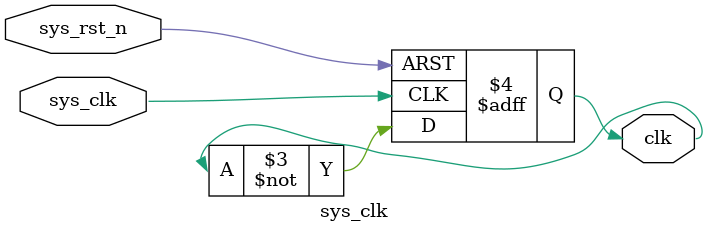
<source format=v>
`timescale 1ns / 1ps


module sys_clk(
//ÏµÍ³½Ó¿Ú
    input           sys_clk  ,      //ÏµÍ³ÊäÈëÊ±ÖÓ
    input           sys_rst_n,      //¸´Î»ÐÅºÅ£¬µÍµçÆ½ÓÐÐ§  
    output reg      clk
    );
    
    reg [5:0] cnt;
always@(posedge sys_clk or negedge sys_rst_n)
begin
    if(!sys_rst_n)begin
        cnt <= 0;
        clk <= 0;
    end
//    else if(cnt == 1)begin
    else begin
            clk <= ~clk;
            cnt <= 0;
    end
//    else begin
//            cnt <= cnt + 1;
//    end
end
endmodule

</source>
